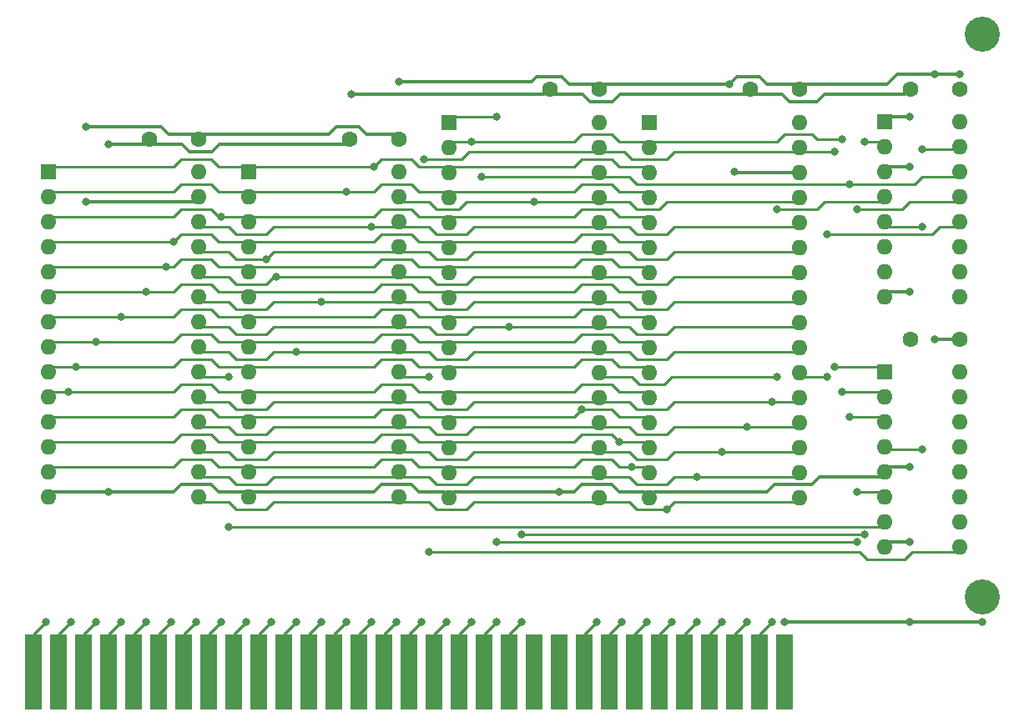
<source format=gbr>
G04 #@! TF.GenerationSoftware,KiCad,Pcbnew,(5.1.8)-1*
G04 #@! TF.CreationDate,2022-03-14T14:00:55-06:00*
G04 #@! TF.ProjectId,640k,3634306b-2e6b-4696-9361-645f70636258,rev?*
G04 #@! TF.SameCoordinates,Original*
G04 #@! TF.FileFunction,Copper,L1,Top*
G04 #@! TF.FilePolarity,Positive*
%FSLAX46Y46*%
G04 Gerber Fmt 4.6, Leading zero omitted, Abs format (unit mm)*
G04 Created by KiCad (PCBNEW (5.1.8)-1) date 2022-03-14 14:00:55*
%MOMM*%
%LPD*%
G01*
G04 APERTURE LIST*
G04 #@! TA.AperFunction,ComponentPad*
%ADD10O,1.600000X1.600000*%
G04 #@! TD*
G04 #@! TA.AperFunction,ComponentPad*
%ADD11R,1.600000X1.600000*%
G04 #@! TD*
G04 #@! TA.AperFunction,ComponentPad*
%ADD12C,1.600000*%
G04 #@! TD*
G04 #@! TA.AperFunction,ConnectorPad*
%ADD13R,1.780000X7.620000*%
G04 #@! TD*
G04 #@! TA.AperFunction,ComponentPad*
%ADD14C,3.556000*%
G04 #@! TD*
G04 #@! TA.AperFunction,ViaPad*
%ADD15C,0.800000*%
G04 #@! TD*
G04 #@! TA.AperFunction,Conductor*
%ADD16C,0.330200*%
G04 #@! TD*
G04 #@! TA.AperFunction,Conductor*
%ADD17C,0.250000*%
G04 #@! TD*
G04 APERTURE END LIST*
D10*
G04 #@! TO.P,U6,32*
G04 #@! TO.N,/5+*
X163060380Y-73918600D03*
G04 #@! TO.P,U6,16*
G04 #@! TO.N,/GND*
X147820380Y-112018600D03*
G04 #@! TO.P,U6,31*
G04 #@! TO.N,/A15*
X163060380Y-76458600D03*
G04 #@! TO.P,U6,15*
G04 #@! TO.N,/D2*
X147820380Y-109478600D03*
G04 #@! TO.P,U6,30*
G04 #@! TO.N,/5+*
X163060380Y-78998600D03*
G04 #@! TO.P,U6,14*
G04 #@! TO.N,/D1*
X147820380Y-106938600D03*
G04 #@! TO.P,U6,29*
G04 #@! TO.N,/MWR*
X163060380Y-81538600D03*
G04 #@! TO.P,U6,13*
G04 #@! TO.N,/D0*
X147820380Y-104398600D03*
G04 #@! TO.P,U6,28*
G04 #@! TO.N,/A13*
X163060380Y-84078600D03*
G04 #@! TO.P,U6,12*
G04 #@! TO.N,/A0*
X147820380Y-101858600D03*
G04 #@! TO.P,U6,27*
G04 #@! TO.N,/A8*
X163060380Y-86618600D03*
G04 #@! TO.P,U6,11*
G04 #@! TO.N,/A1*
X147820380Y-99318600D03*
G04 #@! TO.P,U6,26*
G04 #@! TO.N,/A9*
X163060380Y-89158600D03*
G04 #@! TO.P,U6,10*
G04 #@! TO.N,/A2*
X147820380Y-96778600D03*
G04 #@! TO.P,U6,25*
G04 #@! TO.N,/A11*
X163060380Y-91698600D03*
G04 #@! TO.P,U6,9*
G04 #@! TO.N,/A3*
X147820380Y-94238600D03*
G04 #@! TO.P,U6,24*
G04 #@! TO.N,/MRD*
X163060380Y-94238600D03*
G04 #@! TO.P,U6,8*
G04 #@! TO.N,/A4*
X147820380Y-91698600D03*
G04 #@! TO.P,U6,23*
G04 #@! TO.N,/A10*
X163060380Y-96778600D03*
G04 #@! TO.P,U6,7*
G04 #@! TO.N,/A5*
X147820380Y-89158600D03*
G04 #@! TO.P,U6,22*
G04 #@! TO.N,/128K_CS*
X163060380Y-99318600D03*
G04 #@! TO.P,U6,6*
G04 #@! TO.N,/A6*
X147820380Y-86618600D03*
G04 #@! TO.P,U6,21*
G04 #@! TO.N,/D7*
X163060380Y-101858600D03*
G04 #@! TO.P,U6,5*
G04 #@! TO.N,/A7*
X147820380Y-84078600D03*
G04 #@! TO.P,U6,20*
G04 #@! TO.N,/D6*
X163060380Y-104398600D03*
G04 #@! TO.P,U6,4*
G04 #@! TO.N,/A12*
X147820380Y-81538600D03*
G04 #@! TO.P,U6,19*
G04 #@! TO.N,/D5*
X163060380Y-106938600D03*
G04 #@! TO.P,U6,3*
G04 #@! TO.N,/A14*
X147820380Y-78998600D03*
G04 #@! TO.P,U6,18*
G04 #@! TO.N,/D4*
X163060380Y-109478600D03*
G04 #@! TO.P,U6,2*
G04 #@! TO.N,/A16*
X147820380Y-76458600D03*
G04 #@! TO.P,U6,17*
G04 #@! TO.N,/D3*
X163060380Y-112018600D03*
D11*
G04 #@! TO.P,U6,1*
G04 #@! TO.N,Net-(U6-Pad1)*
X147820380Y-73918600D03*
G04 #@! TD*
D10*
G04 #@! TO.P,U3,32*
G04 #@! TO.N,/5+*
X142740380Y-73918600D03*
G04 #@! TO.P,U3,16*
G04 #@! TO.N,/GND*
X127500380Y-112018600D03*
G04 #@! TO.P,U3,31*
G04 #@! TO.N,/A15*
X142740380Y-76458600D03*
G04 #@! TO.P,U3,15*
G04 #@! TO.N,/D2*
X127500380Y-109478600D03*
G04 #@! TO.P,U3,30*
G04 #@! TO.N,/A17*
X142740380Y-78998600D03*
G04 #@! TO.P,U3,14*
G04 #@! TO.N,/D1*
X127500380Y-106938600D03*
G04 #@! TO.P,U3,29*
G04 #@! TO.N,/MWR*
X142740380Y-81538600D03*
G04 #@! TO.P,U3,13*
G04 #@! TO.N,/D0*
X127500380Y-104398600D03*
G04 #@! TO.P,U3,28*
G04 #@! TO.N,/A13*
X142740380Y-84078600D03*
G04 #@! TO.P,U3,12*
G04 #@! TO.N,/A0*
X127500380Y-101858600D03*
G04 #@! TO.P,U3,27*
G04 #@! TO.N,/A8*
X142740380Y-86618600D03*
G04 #@! TO.P,U3,11*
G04 #@! TO.N,/A1*
X127500380Y-99318600D03*
G04 #@! TO.P,U3,26*
G04 #@! TO.N,/A9*
X142740380Y-89158600D03*
G04 #@! TO.P,U3,10*
G04 #@! TO.N,/A2*
X127500380Y-96778600D03*
G04 #@! TO.P,U3,25*
G04 #@! TO.N,/A11*
X142740380Y-91698600D03*
G04 #@! TO.P,U3,9*
G04 #@! TO.N,/A3*
X127500380Y-94238600D03*
G04 #@! TO.P,U3,24*
G04 #@! TO.N,/MRD*
X142740380Y-94238600D03*
G04 #@! TO.P,U3,8*
G04 #@! TO.N,/A4*
X127500380Y-91698600D03*
G04 #@! TO.P,U3,23*
G04 #@! TO.N,/A10*
X142740380Y-96778600D03*
G04 #@! TO.P,U3,7*
G04 #@! TO.N,/A5*
X127500380Y-89158600D03*
G04 #@! TO.P,U3,22*
G04 #@! TO.N,/512K_CS*
X142740380Y-99318600D03*
G04 #@! TO.P,U3,6*
G04 #@! TO.N,/A6*
X127500380Y-86618600D03*
G04 #@! TO.P,U3,21*
G04 #@! TO.N,/D7*
X142740380Y-101858600D03*
G04 #@! TO.P,U3,5*
G04 #@! TO.N,/A7*
X127500380Y-84078600D03*
G04 #@! TO.P,U3,20*
G04 #@! TO.N,/D6*
X142740380Y-104398600D03*
G04 #@! TO.P,U3,4*
G04 #@! TO.N,/A12*
X127500380Y-81538600D03*
G04 #@! TO.P,U3,19*
G04 #@! TO.N,/D5*
X142740380Y-106938600D03*
G04 #@! TO.P,U3,3*
G04 #@! TO.N,/A14*
X127500380Y-78998600D03*
G04 #@! TO.P,U3,18*
G04 #@! TO.N,/D4*
X142740380Y-109478600D03*
G04 #@! TO.P,U3,2*
G04 #@! TO.N,/A16*
X127500380Y-76458600D03*
G04 #@! TO.P,U3,17*
G04 #@! TO.N,/D3*
X142740380Y-112018600D03*
D11*
G04 #@! TO.P,U3,1*
G04 #@! TO.N,/A18*
X127500380Y-73918600D03*
G04 #@! TD*
D10*
G04 #@! TO.P,U2,28*
G04 #@! TO.N,/5+*
X102100380Y-78968600D03*
G04 #@! TO.P,U2,14*
G04 #@! TO.N,/GND*
X86860380Y-111988600D03*
G04 #@! TO.P,U2,27*
G04 #@! TO.N,/5+*
X102100380Y-81508600D03*
G04 #@! TO.P,U2,13*
G04 #@! TO.N,/D2*
X86860380Y-109448600D03*
G04 #@! TO.P,U2,26*
G04 #@! TO.N,/A13*
X102100380Y-84048600D03*
G04 #@! TO.P,U2,12*
G04 #@! TO.N,/D1*
X86860380Y-106908600D03*
G04 #@! TO.P,U2,25*
G04 #@! TO.N,/A8*
X102100380Y-86588600D03*
G04 #@! TO.P,U2,11*
G04 #@! TO.N,/D0*
X86860380Y-104368600D03*
G04 #@! TO.P,U2,24*
G04 #@! TO.N,/A9*
X102100380Y-89128600D03*
G04 #@! TO.P,U2,10*
G04 #@! TO.N,/A0*
X86860380Y-101828600D03*
G04 #@! TO.P,U2,23*
G04 #@! TO.N,/A11*
X102100380Y-91668600D03*
G04 #@! TO.P,U2,9*
G04 #@! TO.N,/A1*
X86860380Y-99288600D03*
G04 #@! TO.P,U2,22*
G04 #@! TO.N,/MRD*
X102100380Y-94208600D03*
G04 #@! TO.P,U2,8*
G04 #@! TO.N,/A2*
X86860380Y-96748600D03*
G04 #@! TO.P,U2,21*
G04 #@! TO.N,/A10*
X102100380Y-96748600D03*
G04 #@! TO.P,U2,7*
G04 #@! TO.N,/A3*
X86860380Y-94208600D03*
G04 #@! TO.P,U2,20*
G04 #@! TO.N,/32K_ROM_CS*
X102100380Y-99288600D03*
G04 #@! TO.P,U2,6*
G04 #@! TO.N,/A4*
X86860380Y-91668600D03*
G04 #@! TO.P,U2,19*
G04 #@! TO.N,/D7*
X102100380Y-101828600D03*
G04 #@! TO.P,U2,5*
G04 #@! TO.N,/A5*
X86860380Y-89128600D03*
G04 #@! TO.P,U2,18*
G04 #@! TO.N,/D6*
X102100380Y-104368600D03*
G04 #@! TO.P,U2,4*
G04 #@! TO.N,/A6*
X86860380Y-86588600D03*
G04 #@! TO.P,U2,17*
G04 #@! TO.N,/D5*
X102100380Y-106908600D03*
G04 #@! TO.P,U2,3*
G04 #@! TO.N,/A7*
X86860380Y-84048600D03*
G04 #@! TO.P,U2,16*
G04 #@! TO.N,/D4*
X102100380Y-109448600D03*
G04 #@! TO.P,U2,2*
G04 #@! TO.N,/A12*
X86860380Y-81508600D03*
G04 #@! TO.P,U2,15*
G04 #@! TO.N,/D3*
X102100380Y-111988600D03*
D11*
G04 #@! TO.P,U2,1*
G04 #@! TO.N,/A14*
X86860380Y-78968600D03*
G04 #@! TD*
D10*
G04 #@! TO.P,U1,28*
G04 #@! TO.N,/5+*
X122420380Y-78968600D03*
G04 #@! TO.P,U1,14*
G04 #@! TO.N,/GND*
X107180380Y-111988600D03*
G04 #@! TO.P,U1,27*
G04 #@! TO.N,/MWR*
X122420380Y-81508600D03*
G04 #@! TO.P,U1,13*
G04 #@! TO.N,/D2*
X107180380Y-109448600D03*
G04 #@! TO.P,U1,26*
G04 #@! TO.N,/A13*
X122420380Y-84048600D03*
G04 #@! TO.P,U1,12*
G04 #@! TO.N,/D1*
X107180380Y-106908600D03*
G04 #@! TO.P,U1,25*
G04 #@! TO.N,/A8*
X122420380Y-86588600D03*
G04 #@! TO.P,U1,11*
G04 #@! TO.N,/D0*
X107180380Y-104368600D03*
G04 #@! TO.P,U1,24*
G04 #@! TO.N,/A9*
X122420380Y-89128600D03*
G04 #@! TO.P,U1,10*
G04 #@! TO.N,/A0*
X107180380Y-101828600D03*
G04 #@! TO.P,U1,23*
G04 #@! TO.N,/A11*
X122420380Y-91668600D03*
G04 #@! TO.P,U1,9*
G04 #@! TO.N,/A1*
X107180380Y-99288600D03*
G04 #@! TO.P,U1,22*
G04 #@! TO.N,/MRD*
X122420380Y-94208600D03*
G04 #@! TO.P,U1,8*
G04 #@! TO.N,/A2*
X107180380Y-96748600D03*
G04 #@! TO.P,U1,21*
G04 #@! TO.N,/A10*
X122420380Y-96748600D03*
G04 #@! TO.P,U1,7*
G04 #@! TO.N,/A3*
X107180380Y-94208600D03*
G04 #@! TO.P,U1,20*
G04 #@! TO.N,/32K_RAM_CS*
X122420380Y-99288600D03*
G04 #@! TO.P,U1,6*
G04 #@! TO.N,/A4*
X107180380Y-91668600D03*
G04 #@! TO.P,U1,19*
G04 #@! TO.N,/D7*
X122420380Y-101828600D03*
G04 #@! TO.P,U1,5*
G04 #@! TO.N,/A5*
X107180380Y-89128600D03*
G04 #@! TO.P,U1,18*
G04 #@! TO.N,/D6*
X122420380Y-104368600D03*
G04 #@! TO.P,U1,4*
G04 #@! TO.N,/A6*
X107180380Y-86588600D03*
G04 #@! TO.P,U1,17*
G04 #@! TO.N,/D5*
X122420380Y-106908600D03*
G04 #@! TO.P,U1,3*
G04 #@! TO.N,/A7*
X107180380Y-84048600D03*
G04 #@! TO.P,U1,16*
G04 #@! TO.N,/D4*
X122420380Y-109448600D03*
G04 #@! TO.P,U1,2*
G04 #@! TO.N,/A12*
X107180380Y-81508600D03*
G04 #@! TO.P,U1,15*
G04 #@! TO.N,/D3*
X122420380Y-111988600D03*
D11*
G04 #@! TO.P,U1,1*
G04 #@! TO.N,/A14*
X107180380Y-78968600D03*
G04 #@! TD*
D12*
G04 #@! TO.P,C6,2*
G04 #@! TO.N,/5+*
X163060380Y-70586600D03*
G04 #@! TO.P,C6,1*
G04 #@! TO.N,/GND*
X158060380Y-70586600D03*
G04 #@! TD*
G04 #@! TO.P,C3,2*
G04 #@! TO.N,/5+*
X122420380Y-75666600D03*
G04 #@! TO.P,C3,1*
G04 #@! TO.N,/GND*
X117420380Y-75666600D03*
G04 #@! TD*
G04 #@! TO.P,C2,2*
G04 #@! TO.N,/5+*
X142740380Y-70586600D03*
G04 #@! TO.P,C2,1*
G04 #@! TO.N,/GND*
X137740380Y-70586600D03*
G04 #@! TD*
G04 #@! TO.P,C1,2*
G04 #@! TO.N,/5+*
X102100380Y-75666600D03*
G04 #@! TO.P,C1,1*
G04 #@! TO.N,/GND*
X97100380Y-75666600D03*
G04 #@! TD*
D13*
G04 #@! TO.P,J9,62*
G04 #@! TO.N,/A0*
X85336380Y-129768600D03*
G04 #@! TO.P,J9,61*
G04 #@! TO.N,/A1*
X87876380Y-129768600D03*
G04 #@! TO.P,J9,60*
G04 #@! TO.N,/A2*
X90416380Y-129768600D03*
G04 #@! TO.P,J9,59*
G04 #@! TO.N,/A3*
X92956380Y-129768600D03*
G04 #@! TO.P,J9,58*
G04 #@! TO.N,/A4*
X95496380Y-129768600D03*
G04 #@! TO.P,J9,57*
G04 #@! TO.N,/A5*
X98036380Y-129768600D03*
G04 #@! TO.P,J9,56*
G04 #@! TO.N,/A6*
X100576380Y-129768600D03*
G04 #@! TO.P,J9,55*
G04 #@! TO.N,/A7*
X103116380Y-129768600D03*
G04 #@! TO.P,J9,54*
G04 #@! TO.N,/A8*
X105656380Y-129768600D03*
G04 #@! TO.P,J9,53*
G04 #@! TO.N,/A9*
X108196380Y-129768600D03*
G04 #@! TO.P,J9,52*
G04 #@! TO.N,/A10*
X110736380Y-129768600D03*
G04 #@! TO.P,J9,51*
G04 #@! TO.N,/A11*
X113276380Y-129768600D03*
G04 #@! TO.P,J9,50*
G04 #@! TO.N,/A12*
X115816380Y-129768600D03*
G04 #@! TO.P,J9,49*
G04 #@! TO.N,/A13*
X118356380Y-129768600D03*
G04 #@! TO.P,J9,48*
G04 #@! TO.N,/A14*
X120896380Y-129768600D03*
G04 #@! TO.P,J9,47*
G04 #@! TO.N,/A15*
X123436380Y-129768600D03*
G04 #@! TO.P,J9,46*
G04 #@! TO.N,/A16*
X125976380Y-129768600D03*
G04 #@! TO.P,J9,45*
G04 #@! TO.N,/A17*
X128516380Y-129768600D03*
G04 #@! TO.P,J9,44*
G04 #@! TO.N,/A18*
X131056380Y-129768600D03*
G04 #@! TO.P,J9,43*
G04 #@! TO.N,/A19*
X133596380Y-129768600D03*
G04 #@! TO.P,J9,42*
G04 #@! TO.N,/AEN*
X136136380Y-129768600D03*
G04 #@! TO.P,J9,41*
G04 #@! TO.N,/RDY1*
X138676380Y-129768600D03*
G04 #@! TO.P,J9,40*
G04 #@! TO.N,/D0*
X141216380Y-129768600D03*
G04 #@! TO.P,J9,39*
G04 #@! TO.N,/D1*
X143756380Y-129768600D03*
G04 #@! TO.P,J9,38*
G04 #@! TO.N,/D2*
X146296380Y-129768600D03*
G04 #@! TO.P,J9,37*
G04 #@! TO.N,/D3*
X148836380Y-129768600D03*
G04 #@! TO.P,J9,36*
G04 #@! TO.N,/D4*
X151376380Y-129768600D03*
G04 #@! TO.P,J9,35*
G04 #@! TO.N,/D5*
X153916380Y-129768600D03*
G04 #@! TO.P,J9,34*
G04 #@! TO.N,/D6*
X156456380Y-129768600D03*
G04 #@! TO.P,J9,33*
G04 #@! TO.N,/D7*
X158996380Y-129768600D03*
G04 #@! TO.P,J9,32*
G04 #@! TO.N,/CH_CK*
X161536380Y-129768600D03*
G04 #@! TD*
D14*
G04 #@! TO.P,R,1*
G04 #@! TO.N,/GND*
X181602380Y-122148600D03*
G04 #@! TD*
G04 #@! TO.P,R,1*
G04 #@! TO.N,N/C*
X181602380Y-64998600D03*
G04 #@! TD*
D10*
G04 #@! TO.P,U5,16*
G04 #@! TO.N,/5+*
X179316380Y-99288600D03*
G04 #@! TO.P,U5,8*
G04 #@! TO.N,/GND*
X171696380Y-117068600D03*
G04 #@! TO.P,U5,15*
G04 #@! TO.N,Net-(U5-Pad15)*
X179316380Y-101828600D03*
G04 #@! TO.P,U5,7*
G04 #@! TO.N,/32K_ROM_CS*
X171696380Y-114528600D03*
G04 #@! TO.P,U5,14*
G04 #@! TO.N,Net-(U5-Pad14)*
X179316380Y-104368600D03*
G04 #@! TO.P,U5,6*
G04 #@! TO.N,/A18*
X171696380Y-111988600D03*
G04 #@! TO.P,U5,13*
G04 #@! TO.N,Net-(U5-Pad13)*
X179316380Y-106908600D03*
G04 #@! TO.P,U5,5*
G04 #@! TO.N,/GND*
X171696380Y-109448600D03*
G04 #@! TO.P,U5,12*
G04 #@! TO.N,Net-(U5-Pad12)*
X179316380Y-109448600D03*
G04 #@! TO.P,U5,4*
G04 #@! TO.N,/UPPER_512K*
X171696380Y-106908600D03*
G04 #@! TO.P,U5,11*
G04 #@! TO.N,Net-(U5-Pad11)*
X179316380Y-111988600D03*
G04 #@! TO.P,U5,3*
G04 #@! TO.N,/A17*
X171696380Y-104368600D03*
G04 #@! TO.P,U5,10*
G04 #@! TO.N,Net-(U5-Pad10)*
X179316380Y-114528600D03*
G04 #@! TO.P,U5,2*
G04 #@! TO.N,/A16*
X171696380Y-101828600D03*
G04 #@! TO.P,U5,9*
G04 #@! TO.N,/32K_RAM_CS*
X179316380Y-117068600D03*
D11*
G04 #@! TO.P,U5,1*
G04 #@! TO.N,/A15*
X171696380Y-99288600D03*
G04 #@! TD*
D10*
G04 #@! TO.P,U4,16*
G04 #@! TO.N,/5+*
X179316380Y-73888600D03*
G04 #@! TO.P,U4,8*
G04 #@! TO.N,/GND*
X171696380Y-91668600D03*
G04 #@! TO.P,U4,15*
G04 #@! TO.N,/UPPER_512K*
X179316380Y-76428600D03*
G04 #@! TO.P,U4,7*
G04 #@! TO.N,Net-(U4-Pad7)*
X171696380Y-89128600D03*
G04 #@! TO.P,U4,14*
G04 #@! TO.N,/A17*
X179316380Y-78968600D03*
G04 #@! TO.P,U4,6*
G04 #@! TO.N,Net-(U4-Pad6)*
X171696380Y-86588600D03*
G04 #@! TO.P,U4,13*
G04 #@! TO.N,/A18*
X179316380Y-81508600D03*
G04 #@! TO.P,U4,5*
G04 #@! TO.N,/UPPER_512K*
X171696380Y-84048600D03*
G04 #@! TO.P,U4,12*
G04 #@! TO.N,/128K_CS*
X179316380Y-84048600D03*
G04 #@! TO.P,U4,4*
G04 #@! TO.N,/512K_CS*
X171696380Y-81508600D03*
G04 #@! TO.P,U4,11*
G04 #@! TO.N,Net-(U4-Pad11)*
X179316380Y-86588600D03*
G04 #@! TO.P,U4,3*
G04 #@! TO.N,/GND*
X171696380Y-78968600D03*
G04 #@! TO.P,U4,10*
G04 #@! TO.N,Net-(U4-Pad10)*
X179316380Y-89128600D03*
G04 #@! TO.P,U4,2*
G04 #@! TO.N,/A19*
X171696380Y-76428600D03*
G04 #@! TO.P,U4,9*
G04 #@! TO.N,Net-(U4-Pad9)*
X179316380Y-91668600D03*
D11*
G04 #@! TO.P,U4,1*
G04 #@! TO.N,/GND*
X171696380Y-73888600D03*
G04 #@! TD*
D12*
G04 #@! TO.P,C5,2*
G04 #@! TO.N,/5+*
X179316380Y-95986600D03*
G04 #@! TO.P,C5,1*
G04 #@! TO.N,/GND*
X174316380Y-95986600D03*
G04 #@! TD*
G04 #@! TO.P,C4,2*
G04 #@! TO.N,/5+*
X179316380Y-70586600D03*
G04 #@! TO.P,C4,1*
G04 #@! TO.N,/GND*
X174316380Y-70586600D03*
G04 #@! TD*
D15*
G04 #@! TO.N,/5+*
X179316380Y-69062600D03*
X176776380Y-69062600D03*
X176776380Y-95986600D03*
X90670380Y-74396600D03*
X122420380Y-69824598D03*
X155948380Y-70078600D03*
X156456380Y-78968600D03*
X90670380Y-82016600D03*
G04 #@! TO.N,/GND*
X181602380Y-124688600D03*
X174236380Y-116560600D03*
X174236380Y-108940600D03*
X174236380Y-78460600D03*
X174236380Y-91160600D03*
X174236380Y-73380600D03*
X161536380Y-124688600D03*
X117594380Y-71094600D03*
X92956380Y-111480600D03*
X92956380Y-76174600D03*
X138676380Y-111480600D03*
X174236380Y-124688600D03*
G04 #@! TO.N,/D7*
X160266380Y-124688600D03*
X160266380Y-102336600D03*
G04 #@! TO.N,/D6*
X157726380Y-124688600D03*
X157726380Y-104876600D03*
G04 #@! TO.N,/D5*
X155186380Y-124688600D03*
X155186380Y-107416600D03*
G04 #@! TO.N,/D4*
X152646380Y-124688600D03*
X152646380Y-109956600D03*
G04 #@! TO.N,/D3*
X150106380Y-124688600D03*
X149598380Y-113258600D03*
G04 #@! TO.N,/D2*
X147566380Y-124688600D03*
X146042380Y-108940600D03*
G04 #@! TO.N,/D1*
X145026380Y-124688600D03*
X144772380Y-106400600D03*
G04 #@! TO.N,/D0*
X142486380Y-124688600D03*
X140962380Y-103098600D03*
G04 #@! TO.N,/A19*
X134866380Y-124688600D03*
X169664380Y-75920600D03*
X169664380Y-115798600D03*
X134866380Y-115798600D03*
G04 #@! TO.N,/A18*
X132326380Y-124688600D03*
X132326380Y-73380600D03*
X168902380Y-82778600D03*
X168902380Y-116560600D03*
X132326380Y-116560600D03*
X168902380Y-111480600D03*
G04 #@! TO.N,/A17*
X129786380Y-124688600D03*
X130802380Y-79476600D03*
X168140380Y-80238600D03*
X168140380Y-103860600D03*
G04 #@! TO.N,/A16*
X127246380Y-124688600D03*
X129786380Y-75920600D03*
X167378380Y-75666600D03*
X167378380Y-101320600D03*
G04 #@! TO.N,/A15*
X124706380Y-124688600D03*
X124960380Y-77698600D03*
X166616380Y-76936600D03*
X166616380Y-98780600D03*
G04 #@! TO.N,/A14*
X122166380Y-124688600D03*
X119880380Y-78460600D03*
G04 #@! TO.N,/A13*
X119626380Y-124688600D03*
X119626380Y-84556600D03*
G04 #@! TO.N,/A12*
X117086380Y-124688600D03*
X117086380Y-81000600D03*
G04 #@! TO.N,/A11*
X114546380Y-124688600D03*
X114546380Y-92176600D03*
G04 #@! TO.N,/A10*
X112006380Y-124688600D03*
X112006380Y-97256600D03*
G04 #@! TO.N,/A9*
X109466380Y-124688600D03*
X109974380Y-89636600D03*
G04 #@! TO.N,/A8*
X106926380Y-124688600D03*
X108958380Y-87858600D03*
G04 #@! TO.N,/A7*
X104386380Y-124688600D03*
X104386380Y-83540600D03*
G04 #@! TO.N,/A6*
X101846380Y-124688600D03*
X99560380Y-86080600D03*
G04 #@! TO.N,/A5*
X99306380Y-124688600D03*
X98798380Y-88620600D03*
G04 #@! TO.N,/A4*
X96766380Y-124688600D03*
X96766380Y-91160600D03*
G04 #@! TO.N,/A3*
X94226380Y-124688600D03*
X94226380Y-93700600D03*
G04 #@! TO.N,/A2*
X91686380Y-124688600D03*
X91686380Y-96240600D03*
G04 #@! TO.N,/A1*
X89146380Y-124688600D03*
X89654380Y-98780600D03*
G04 #@! TO.N,/A0*
X86606380Y-124688600D03*
X88892380Y-101320600D03*
G04 #@! TO.N,/MWR*
X136136380Y-82016600D03*
G04 #@! TO.N,/MRD*
X133596380Y-94716600D03*
G04 #@! TO.N,/32K_RAM_CS*
X125468380Y-117576600D03*
X125468380Y-99796600D03*
G04 #@! TO.N,/32K_ROM_CS*
X105148380Y-115036600D03*
X105148380Y-99796600D03*
G04 #@! TO.N,/512K_CS*
X160774380Y-99796600D03*
X160774380Y-82778600D03*
G04 #@! TO.N,/UPPER_512K*
X175506380Y-84556600D03*
X175506380Y-107162600D03*
X175506380Y-76682600D03*
G04 #@! TO.N,/128K_CS*
X165854380Y-85318600D03*
X165854380Y-99796600D03*
G04 #@! TD*
D16*
G04 #@! TO.N,/5+*
X176776380Y-69062600D02*
X179316380Y-69062600D01*
X179316380Y-95986600D02*
X176776380Y-95986600D01*
X121912380Y-75158600D02*
X122420380Y-75666600D01*
X118356380Y-74396600D02*
X119118380Y-75158600D01*
X116070380Y-74396600D02*
X118356380Y-74396600D01*
X115308380Y-75158600D02*
X116070380Y-74396600D01*
X119118380Y-75158600D02*
X121912380Y-75158600D01*
X102608380Y-75158600D02*
X115308380Y-75158600D01*
X102100380Y-75666600D02*
X102608380Y-75158600D01*
X90670380Y-74396600D02*
X98290380Y-74396600D01*
X98290380Y-74396600D02*
X99052380Y-75158600D01*
X142740380Y-70586600D02*
X143248380Y-70078600D01*
X158996380Y-69316600D02*
X159758380Y-70078600D01*
X162552380Y-70078600D02*
X163060380Y-70586600D01*
X156710380Y-69316600D02*
X158996380Y-69316600D01*
X155948380Y-70078600D02*
X156710380Y-69316600D01*
X159758380Y-70078600D02*
X162552380Y-70078600D01*
X143248380Y-70078600D02*
X155948380Y-70078600D01*
X101592380Y-75158600D02*
X102100380Y-75666600D01*
X99052380Y-75158600D02*
X101592380Y-75158600D01*
X135882382Y-69824598D02*
X122420380Y-69824598D01*
X138930380Y-69316600D02*
X136390380Y-69316600D01*
X136390380Y-69316600D02*
X135882382Y-69824598D01*
X139692380Y-70078600D02*
X138930380Y-69316600D01*
X142232380Y-70078600D02*
X139692380Y-70078600D01*
X142740380Y-70586600D02*
X142232380Y-70078600D01*
X163060380Y-78998600D02*
X156486380Y-78998600D01*
X176776380Y-69062600D02*
X172966380Y-69062600D01*
X172966380Y-69062600D02*
X171950380Y-70078600D01*
X163568380Y-70078600D02*
X163060380Y-70586600D01*
X171950380Y-70078600D02*
X163568380Y-70078600D01*
X102100380Y-81508600D02*
X101592380Y-82016600D01*
X101592380Y-82016600D02*
X97528380Y-82016600D01*
X97528380Y-82016600D02*
X90670380Y-82016600D01*
X90670380Y-82016600D02*
X90670380Y-82016600D01*
G04 #@! TO.N,/GND*
X117420380Y-75666600D02*
X116912380Y-76174600D01*
X101164380Y-76936600D02*
X100402380Y-76174600D01*
X97608380Y-76174600D02*
X97100380Y-75666600D01*
X103450380Y-76936600D02*
X101164380Y-76936600D01*
X104212380Y-76174600D02*
X103450380Y-76936600D01*
X100402380Y-76174600D02*
X97608380Y-76174600D01*
X116912380Y-76174600D02*
X104212380Y-76174600D01*
X161536380Y-124688600D02*
X163568380Y-124688600D01*
X163568380Y-124688600D02*
X181602380Y-124688600D01*
X172204380Y-116560600D02*
X171696380Y-117068600D01*
X174236380Y-116560600D02*
X172204380Y-116560600D01*
X172204380Y-108940600D02*
X171696380Y-109448600D01*
X174236380Y-108940600D02*
X172204380Y-108940600D01*
X172204380Y-91160600D02*
X171696380Y-91668600D01*
X174236380Y-91160600D02*
X172204380Y-91160600D01*
X172204380Y-78460600D02*
X171696380Y-78968600D01*
X174236380Y-78460600D02*
X172204380Y-78460600D01*
X172204380Y-73380600D02*
X171696380Y-73888600D01*
X174236380Y-73380600D02*
X172204380Y-73380600D01*
X106672380Y-111480600D02*
X107180380Y-111988600D01*
X87368380Y-111480600D02*
X92956380Y-111480600D01*
X103370380Y-110718600D02*
X104132380Y-111480600D01*
X86860380Y-111988600D02*
X87368380Y-111480600D01*
X104132380Y-111480600D02*
X106672380Y-111480600D01*
X99560380Y-111480600D02*
X100322380Y-110718600D01*
X100322380Y-110718600D02*
X103370380Y-110718600D01*
X120642380Y-110718600D02*
X123690380Y-110718600D01*
X126992380Y-111480600D02*
X127500380Y-111988600D01*
X124452380Y-111480600D02*
X126992380Y-111480600D01*
X123690380Y-110718600D02*
X124452380Y-111480600D01*
X119880380Y-111480600D02*
X120642380Y-110718600D01*
X107688380Y-111480600D02*
X119880380Y-111480600D01*
X107180380Y-111988600D02*
X107688380Y-111480600D01*
X147312380Y-111480600D02*
X147820380Y-111988600D01*
X144772380Y-111480600D02*
X147312380Y-111480600D01*
X127500380Y-111988600D02*
X128008380Y-111480600D01*
X140962380Y-110718600D02*
X144010380Y-110718600D01*
X140200380Y-111480600D02*
X140962380Y-110718600D01*
X144010380Y-110718600D02*
X144772380Y-111480600D01*
X128008380Y-111480600D02*
X140200380Y-111480600D01*
X141042380Y-71094600D02*
X138248380Y-71094600D01*
X141804380Y-71856600D02*
X141042380Y-71094600D01*
X138248380Y-71094600D02*
X137740380Y-70586600D01*
X158060380Y-70586600D02*
X157552380Y-71094600D01*
X157552380Y-71094600D02*
X144852380Y-71094600D01*
X144852380Y-71094600D02*
X144090380Y-71856600D01*
X144090380Y-71856600D02*
X141804380Y-71856600D01*
X137740380Y-70586600D02*
X137660380Y-70586600D01*
X137660380Y-70586600D02*
X137152380Y-71094600D01*
X137152380Y-71094600D02*
X117594380Y-71094600D01*
X117594380Y-71094600D02*
X117594380Y-71094600D01*
X92956380Y-111480600D02*
X99560380Y-111480600D01*
X96592380Y-76174600D02*
X97100380Y-75666600D01*
X92956380Y-76174600D02*
X96592380Y-76174600D01*
X147820380Y-112018600D02*
X147820380Y-111988600D01*
X171188380Y-109956600D02*
X171696380Y-109448600D01*
X165092380Y-109956600D02*
X171188380Y-109956600D01*
X164330380Y-110718600D02*
X165092380Y-109956600D01*
X160520380Y-110718600D02*
X164330380Y-110718600D01*
X159758380Y-111480600D02*
X160520380Y-110718600D01*
X148328380Y-111480600D02*
X159758380Y-111480600D01*
X147820380Y-111988600D02*
X148328380Y-111480600D01*
X174316380Y-70586600D02*
X174236380Y-70586600D01*
X174236380Y-70586600D02*
X173728380Y-71094600D01*
X173728380Y-71094600D02*
X165600380Y-71094600D01*
X165600380Y-71094600D02*
X164838380Y-71856600D01*
X164838380Y-71856600D02*
X162044380Y-71856600D01*
X162044380Y-71856600D02*
X161282380Y-71094600D01*
X158568380Y-71094600D02*
X158060380Y-70586600D01*
X161282380Y-71094600D02*
X158568380Y-71094600D01*
D17*
G04 #@! TO.N,/D7*
X122928380Y-102336600D02*
X122420380Y-101828600D01*
X146550380Y-103098600D02*
X145788380Y-102336600D01*
X102608380Y-102336600D02*
X102100380Y-101828600D01*
X163060380Y-101828600D02*
X162552380Y-102336600D01*
X109720380Y-102336600D02*
X108958380Y-103098600D01*
X149598380Y-103098600D02*
X146550380Y-103098600D01*
X143248380Y-102336600D02*
X142740380Y-101828600D01*
X145788380Y-102336600D02*
X143248380Y-102336600D01*
X162552380Y-102336600D02*
X150360380Y-102336600D01*
X126230380Y-103098600D02*
X125468380Y-102336600D01*
X122420380Y-101828600D02*
X121912380Y-102336600D01*
X105148380Y-102336600D02*
X102608380Y-102336600D01*
X121912380Y-102336600D02*
X109720380Y-102336600D01*
X129278380Y-103098600D02*
X126230380Y-103098600D01*
X150360380Y-102336600D02*
X149598380Y-103098600D01*
X130040380Y-102336600D02*
X129278380Y-103098600D01*
X108958380Y-103098600D02*
X105910380Y-103098600D01*
X142232380Y-102336600D02*
X130040380Y-102336600D01*
X142740380Y-101828600D02*
X142232380Y-102336600D01*
X105910380Y-103098600D02*
X105148380Y-102336600D01*
X125468380Y-102336600D02*
X122928380Y-102336600D01*
X160266380Y-124688600D02*
X160266380Y-124688600D01*
X158996380Y-129768600D02*
X158996380Y-125958600D01*
X158996380Y-129768600D02*
X158996380Y-125958600D01*
X158996380Y-125958600D02*
X160266380Y-124688600D01*
X158996380Y-129768600D02*
X158996380Y-125958600D01*
G04 #@! TO.N,/D6*
X156456380Y-129768600D02*
X156456380Y-125958600D01*
X122928380Y-104876600D02*
X122420380Y-104368600D01*
X102608380Y-104876600D02*
X102100380Y-104368600D01*
X146550380Y-105638600D02*
X145788380Y-104876600D01*
X163060380Y-104368600D02*
X162552380Y-104876600D01*
X150360380Y-104876600D02*
X149598380Y-105638600D01*
X105148380Y-104876600D02*
X102608380Y-104876600D01*
X126230380Y-105638600D02*
X125468380Y-104876600D01*
X130040380Y-104876600D02*
X129278380Y-105638600D01*
X122420380Y-104368600D02*
X121912380Y-104876600D01*
X129278380Y-105638600D02*
X126230380Y-105638600D01*
X121912380Y-104876600D02*
X109720380Y-104876600D01*
X142740380Y-104368600D02*
X142232380Y-104876600D01*
X125468380Y-104876600D02*
X122928380Y-104876600D01*
X108958380Y-105638600D02*
X105910380Y-105638600D01*
X105910380Y-105638600D02*
X105148380Y-104876600D01*
X142232380Y-104876600D02*
X130040380Y-104876600D01*
X162552380Y-104876600D02*
X150360380Y-104876600D01*
X109720380Y-104876600D02*
X108958380Y-105638600D01*
X149598380Y-105638600D02*
X146550380Y-105638600D01*
X145788380Y-104876600D02*
X143248380Y-104876600D01*
X143248380Y-104876600D02*
X142740380Y-104368600D01*
X156456380Y-125958600D02*
X157726380Y-124688600D01*
X156456380Y-129768600D02*
X156456380Y-125958600D01*
X157726380Y-124688600D02*
X157726380Y-124688600D01*
X156456380Y-129768600D02*
X156456380Y-125958600D01*
G04 #@! TO.N,/D5*
X153916380Y-129768600D02*
X153916380Y-125958600D01*
X102608380Y-107416600D02*
X102100380Y-106908600D01*
X105148380Y-107416600D02*
X102608380Y-107416600D01*
X108958380Y-108178600D02*
X105910380Y-108178600D01*
X105910380Y-108178600D02*
X105148380Y-107416600D01*
X121912380Y-107416600D02*
X109720380Y-107416600D01*
X109720380Y-107416600D02*
X108958380Y-108178600D01*
X122420380Y-106908600D02*
X121912380Y-107416600D01*
X142740380Y-106908600D02*
X142232380Y-107416600D01*
X142232380Y-107416600D02*
X130040380Y-107416600D01*
X129278380Y-108178600D02*
X126230380Y-108178600D01*
X122928380Y-107416600D02*
X122420380Y-106908600D01*
X125468380Y-107416600D02*
X122928380Y-107416600D01*
X143248380Y-107416600D02*
X142740380Y-106908600D01*
X162552380Y-107416600D02*
X150360380Y-107416600D01*
X146550380Y-108178600D02*
X145788380Y-107416600D01*
X163060380Y-106908600D02*
X162552380Y-107416600D01*
X150360380Y-107416600D02*
X149598380Y-108178600D01*
X149598380Y-108178600D02*
X146550380Y-108178600D01*
X145788380Y-107416600D02*
X143248380Y-107416600D01*
X126230380Y-108178600D02*
X125468380Y-107416600D01*
X130040380Y-107416600D02*
X129278380Y-108178600D01*
X153916380Y-125958600D02*
X155186380Y-124688600D01*
X153916380Y-129768600D02*
X153916380Y-125958600D01*
X155186380Y-124688600D02*
X155186380Y-124688600D01*
X153916380Y-129768600D02*
X153916380Y-125958600D01*
G04 #@! TO.N,/D4*
X151376380Y-129768600D02*
X151376380Y-125958600D01*
X143248380Y-109956600D02*
X142740380Y-109448600D01*
X162552380Y-109956600D02*
X150360380Y-109956600D01*
X146550380Y-110718600D02*
X145788380Y-109956600D01*
X163060380Y-109448600D02*
X162552380Y-109956600D01*
X145788380Y-109956600D02*
X143248380Y-109956600D01*
X150360380Y-109956600D02*
X149598380Y-110718600D01*
X149598380Y-110718600D02*
X146550380Y-110718600D01*
X129278380Y-110718600D02*
X126230380Y-110718600D01*
X122928380Y-109956600D02*
X122420380Y-109448600D01*
X125468380Y-109956600D02*
X122928380Y-109956600D01*
X126230380Y-110718600D02*
X125468380Y-109956600D01*
X130040380Y-109956600D02*
X129278380Y-110718600D01*
X142232380Y-109956600D02*
X130040380Y-109956600D01*
X142740380Y-109448600D02*
X142232380Y-109956600D01*
X102608380Y-109956600D02*
X102100380Y-109448600D01*
X105148380Y-109956600D02*
X102608380Y-109956600D01*
X122420380Y-109448600D02*
X121912380Y-109956600D01*
X108958380Y-110718600D02*
X105910380Y-110718600D01*
X109720380Y-109956600D02*
X108958380Y-110718600D01*
X105910380Y-110718600D02*
X105148380Y-109956600D01*
X121912380Y-109956600D02*
X109720380Y-109956600D01*
X151376380Y-125958600D02*
X152646380Y-124688600D01*
X151376380Y-129768600D02*
X151376380Y-125958600D01*
X151376380Y-129768600D02*
X151376380Y-125958600D01*
X152646380Y-124688600D02*
X152646380Y-124688600D01*
G04 #@! TO.N,/D3*
X148836380Y-129768600D02*
X148836380Y-125958600D01*
X150106380Y-124688600D02*
X150106380Y-124688600D01*
X148836380Y-129768600D02*
X148836380Y-125958600D01*
X148836380Y-125958600D02*
X150106380Y-124688600D01*
X105910380Y-113258600D02*
X105148380Y-112496600D01*
X162552380Y-112496600D02*
X150360380Y-112496600D01*
X122420380Y-111988600D02*
X121912380Y-112496600D01*
X146550380Y-113258600D02*
X145788380Y-112496600D01*
X121912380Y-112496600D02*
X109720380Y-112496600D01*
X143248380Y-112496600D02*
X142740380Y-111988600D01*
X129278380Y-113258600D02*
X126230380Y-113258600D01*
X105148380Y-112496600D02*
X102608380Y-112496600D01*
X145788380Y-112496600D02*
X143248380Y-112496600D01*
X163060380Y-111988600D02*
X162552380Y-112496600D01*
X125468380Y-112496600D02*
X122928380Y-112496600D01*
X150360380Y-112496600D02*
X149598380Y-113258600D01*
X126230380Y-113258600D02*
X125468380Y-112496600D01*
X130040380Y-112496600D02*
X129278380Y-113258600D01*
X142232380Y-112496600D02*
X130040380Y-112496600D01*
X122928380Y-112496600D02*
X122420380Y-111988600D01*
X142740380Y-111988600D02*
X142232380Y-112496600D01*
X109720380Y-112496600D02*
X108958380Y-113258600D01*
X108958380Y-113258600D02*
X105910380Y-113258600D01*
X102608380Y-112496600D02*
X102100380Y-111988600D01*
X149598380Y-113258600D02*
X146550380Y-113258600D01*
G04 #@! TO.N,/D2*
X146296380Y-129768600D02*
X146296380Y-125958600D01*
X106672380Y-108940600D02*
X107180380Y-109448600D01*
X104132380Y-108940600D02*
X106672380Y-108940600D01*
X103370380Y-108178600D02*
X104132380Y-108940600D01*
X100322380Y-108178600D02*
X103370380Y-108178600D01*
X99560380Y-108940600D02*
X100322380Y-108178600D01*
X87368380Y-108940600D02*
X99560380Y-108940600D01*
X86860380Y-109448600D02*
X87368380Y-108940600D01*
X126992380Y-108940600D02*
X127500380Y-109448600D01*
X107688380Y-108940600D02*
X119880380Y-108940600D01*
X123690380Y-108178600D02*
X124452380Y-108940600D01*
X107180380Y-109448600D02*
X107688380Y-108940600D01*
X124452380Y-108940600D02*
X126992380Y-108940600D01*
X119880380Y-108940600D02*
X120642380Y-108178600D01*
X120642380Y-108178600D02*
X123690380Y-108178600D01*
X140962380Y-108178600D02*
X144010380Y-108178600D01*
X147312380Y-108940600D02*
X147820380Y-109448600D01*
X144772380Y-108940600D02*
X147312380Y-108940600D01*
X144010380Y-108178600D02*
X144772380Y-108940600D01*
X140200380Y-108940600D02*
X140962380Y-108178600D01*
X128008380Y-108940600D02*
X140200380Y-108940600D01*
X127500380Y-109448600D02*
X128008380Y-108940600D01*
X146296380Y-129768600D02*
X146296380Y-125958600D01*
X147566380Y-124688600D02*
X147566380Y-124688600D01*
X146296380Y-125958600D02*
X147566380Y-124688600D01*
G04 #@! TO.N,/D1*
X106672380Y-106400600D02*
X107180380Y-106908600D01*
X87368380Y-106400600D02*
X99560380Y-106400600D01*
X103370380Y-105638600D02*
X104132380Y-106400600D01*
X86860380Y-106908600D02*
X87368380Y-106400600D01*
X104132380Y-106400600D02*
X106672380Y-106400600D01*
X99560380Y-106400600D02*
X100322380Y-105638600D01*
X100322380Y-105638600D02*
X103370380Y-105638600D01*
X120642380Y-105638600D02*
X123690380Y-105638600D01*
X126992380Y-106400600D02*
X127500380Y-106908600D01*
X124452380Y-106400600D02*
X126992380Y-106400600D01*
X123690380Y-105638600D02*
X124452380Y-106400600D01*
X119880380Y-106400600D02*
X120642380Y-105638600D01*
X107688380Y-106400600D02*
X119880380Y-106400600D01*
X107180380Y-106908600D02*
X107688380Y-106400600D01*
X147312380Y-106400600D02*
X147820380Y-106908600D01*
X144772380Y-106400600D02*
X147312380Y-106400600D01*
X127500380Y-106908600D02*
X128008380Y-106400600D01*
X140962380Y-105638600D02*
X144010380Y-105638600D01*
X140200380Y-106400600D02*
X140962380Y-105638600D01*
X144010380Y-105638600D02*
X144772380Y-106400600D01*
X128008380Y-106400600D02*
X140200380Y-106400600D01*
X143756380Y-129768600D02*
X143756380Y-125958600D01*
X143756380Y-129768600D02*
X143756380Y-125958600D01*
X143756380Y-129768600D02*
X143756380Y-125958600D01*
X145026380Y-124688600D02*
X145026380Y-124688600D01*
X143756380Y-129768600D02*
X143756380Y-125958600D01*
X143756380Y-125958600D02*
X145026380Y-124688600D01*
G04 #@! TO.N,/D0*
X104132380Y-103860600D02*
X106672380Y-103860600D01*
X144772380Y-103860600D02*
X147312380Y-103860600D01*
X123690380Y-103098600D02*
X124452380Y-103860600D01*
X106672380Y-103860600D02*
X107180380Y-104368600D01*
X103370380Y-103098600D02*
X104132380Y-103860600D01*
X100322380Y-103098600D02*
X103370380Y-103098600D01*
X107180380Y-104368600D02*
X107688380Y-103860600D01*
X86860380Y-104368600D02*
X87368380Y-103860600D01*
X124452380Y-103860600D02*
X126992380Y-103860600D01*
X119880380Y-103860600D02*
X120642380Y-103098600D01*
X127500380Y-104368600D02*
X128008380Y-103860600D01*
X99560380Y-103860600D02*
X100322380Y-103098600D01*
X87368380Y-103860600D02*
X99560380Y-103860600D01*
X120642380Y-103098600D02*
X123690380Y-103098600D01*
X107688380Y-103860600D02*
X119880380Y-103860600D01*
X140200380Y-103860600D02*
X140962380Y-103098600D01*
X144010380Y-103098600D02*
X144772380Y-103860600D01*
X140962380Y-103098600D02*
X144010380Y-103098600D01*
X126992380Y-103860600D02*
X127500380Y-104368600D01*
X128008380Y-103860600D02*
X140200380Y-103860600D01*
X147312380Y-103860600D02*
X147820380Y-104368600D01*
X141216380Y-129768600D02*
X141216380Y-125958600D01*
X141216380Y-129768600D02*
X141216380Y-125958600D01*
X141216380Y-129768600D02*
X141216380Y-125958600D01*
X141216380Y-125958600D02*
X142486380Y-124688600D01*
X141216380Y-129768600D02*
X141216380Y-125958600D01*
X141216380Y-129768600D02*
X141216380Y-125958600D01*
X142486380Y-124688600D02*
X142486380Y-124688600D01*
G04 #@! TO.N,/A19*
X133596380Y-129768600D02*
X133596380Y-125958600D01*
X133596380Y-129768600D02*
X133596380Y-125958600D01*
X133596380Y-129768600D02*
X133596380Y-125958600D01*
X133596380Y-129768600D02*
X133596380Y-125958600D01*
X134866380Y-124688600D02*
X134866380Y-124688600D01*
X133596380Y-125958600D02*
X134866380Y-124688600D01*
X133596380Y-129768600D02*
X133596380Y-125958600D01*
X171188380Y-75920600D02*
X169664380Y-75920600D01*
X171696380Y-76428600D02*
X171188380Y-75920600D01*
X169664380Y-115798600D02*
X134866380Y-115798600D01*
X134866380Y-115798600D02*
X134866380Y-115798600D01*
G04 #@! TO.N,/A18*
X131056380Y-129768600D02*
X131056380Y-125958600D01*
X132326380Y-124688600D02*
X132326380Y-124688600D01*
X131056380Y-129768600D02*
X131056380Y-125958600D01*
X131056380Y-129768600D02*
X131056380Y-125958600D01*
X131056380Y-125958600D02*
X132326380Y-124688600D01*
X131056380Y-129768600D02*
X131056380Y-125958600D01*
X131056380Y-129768600D02*
X131056380Y-125958600D01*
X127500380Y-73918600D02*
X127500380Y-73888600D01*
X127500380Y-73888600D02*
X128008380Y-73380600D01*
X128008380Y-73380600D02*
X132326380Y-73380600D01*
X173474380Y-82778600D02*
X168902380Y-82778600D01*
X178808380Y-82016600D02*
X174236380Y-82016600D01*
X174236380Y-82016600D02*
X173474380Y-82778600D01*
X179316380Y-81508600D02*
X178808380Y-82016600D01*
X168902380Y-82778600D02*
X168902380Y-82778600D01*
X168902380Y-116560600D02*
X132326380Y-116560600D01*
X132326380Y-116560600D02*
X132326380Y-116560600D01*
X171696380Y-111988600D02*
X171188380Y-111480600D01*
X171188380Y-111480600D02*
X168902380Y-111480600D01*
X168902380Y-111480600D02*
X168902380Y-111480600D01*
G04 #@! TO.N,/A17*
X128516380Y-129768600D02*
X128516380Y-125958600D01*
X128516380Y-129768600D02*
X128516380Y-125958600D01*
X129786380Y-124688600D02*
X129786380Y-124688600D01*
X128516380Y-129768600D02*
X128516380Y-125958600D01*
X128516380Y-129768600D02*
X128516380Y-125958600D01*
X128516380Y-125958600D02*
X129786380Y-124688600D01*
X142262380Y-79476600D02*
X130802380Y-79476600D01*
X142740380Y-78998600D02*
X142262380Y-79476600D01*
X142740380Y-78998600D02*
X142770380Y-78998600D01*
X142770380Y-78998600D02*
X143248380Y-79476600D01*
X143248380Y-79476600D02*
X145788380Y-79476600D01*
X145788380Y-79476600D02*
X146550380Y-80238600D01*
X146550380Y-80238600D02*
X168140380Y-80238600D01*
X174744380Y-80238600D02*
X175506380Y-79476600D01*
X178808380Y-79476600D02*
X179316380Y-78968600D01*
X175506380Y-79476600D02*
X178808380Y-79476600D01*
X168140380Y-80238600D02*
X174744380Y-80238600D01*
X171188380Y-103860600D02*
X171696380Y-104368600D01*
X168140380Y-103860600D02*
X171188380Y-103860600D01*
G04 #@! TO.N,/A16*
X125976380Y-129768600D02*
X125976380Y-125958600D01*
X140962380Y-75158600D02*
X144010380Y-75158600D01*
X144010380Y-75158600D02*
X144772380Y-75920600D01*
X128008380Y-75920600D02*
X140200380Y-75920600D01*
X140200380Y-75920600D02*
X140962380Y-75158600D01*
X144772380Y-75920600D02*
X147312380Y-75920600D01*
X147312380Y-75920600D02*
X147820380Y-76428600D01*
X127500380Y-76428600D02*
X128008380Y-75920600D01*
X125976380Y-129768600D02*
X125976380Y-125958600D01*
X127246380Y-124688600D02*
X127246380Y-124688600D01*
X125976380Y-129768600D02*
X125976380Y-125958600D01*
X125976380Y-125958600D02*
X127246380Y-124688600D01*
X147820380Y-76458600D02*
X147820380Y-76428600D01*
X164330380Y-75158600D02*
X164838380Y-75666600D01*
X161536380Y-75158600D02*
X164330380Y-75158600D01*
X160774380Y-75920600D02*
X161536380Y-75158600D01*
X148328380Y-75920600D02*
X160774380Y-75920600D01*
X147820380Y-76428600D02*
X148328380Y-75920600D01*
X164838380Y-75666600D02*
X167378380Y-75666600D01*
X167378380Y-75666600D02*
X167378380Y-75666600D01*
X171188380Y-101320600D02*
X171696380Y-101828600D01*
X167378380Y-101320600D02*
X171188380Y-101320600D01*
G04 #@! TO.N,/A15*
X123436380Y-129768600D02*
X123436380Y-125958600D01*
X123436380Y-129768600D02*
X123436380Y-125958600D01*
X124706380Y-124688600D02*
X124706380Y-124688600D01*
X123436380Y-125958600D02*
X124706380Y-124688600D01*
X123436380Y-129768600D02*
X123436380Y-125958600D01*
X142262380Y-76936600D02*
X142740380Y-76458600D01*
X129532380Y-76936600D02*
X142262380Y-76936600D01*
X128770380Y-77698600D02*
X129532380Y-76936600D01*
X124960380Y-77698600D02*
X128770380Y-77698600D01*
X150360380Y-76936600D02*
X162582380Y-76936600D01*
X149598380Y-77698600D02*
X150360380Y-76936600D01*
X146042380Y-77698600D02*
X149598380Y-77698600D01*
X145280380Y-76936600D02*
X146042380Y-77698600D01*
X143248380Y-76936600D02*
X145280380Y-76936600D01*
X142770380Y-76458600D02*
X143248380Y-76936600D01*
X162582380Y-76936600D02*
X163060380Y-76458600D01*
X142740380Y-76458600D02*
X142770380Y-76458600D01*
X163060380Y-76458600D02*
X163090380Y-76458600D01*
X163090380Y-76458600D02*
X163568380Y-76936600D01*
X163568380Y-76936600D02*
X166616380Y-76936600D01*
X166616380Y-76936600D02*
X166616380Y-76936600D01*
X171188380Y-98780600D02*
X171696380Y-99288600D01*
X166616380Y-98780600D02*
X171188380Y-98780600D01*
G04 #@! TO.N,/A14*
X120896380Y-129768600D02*
X120896380Y-125958600D01*
X123690380Y-77698600D02*
X124452380Y-78460600D01*
X100322380Y-77698600D02*
X103370380Y-77698600D01*
X119880380Y-78460600D02*
X120642380Y-77698600D01*
X120642380Y-77698600D02*
X123690380Y-77698600D01*
X140962380Y-77698600D02*
X144010380Y-77698600D01*
X144010380Y-77698600D02*
X144772380Y-78460600D01*
X99560380Y-78460600D02*
X100322380Y-77698600D01*
X86860380Y-78968600D02*
X87368380Y-78460600D01*
X106672380Y-78460600D02*
X107180380Y-78968600D01*
X103370380Y-77698600D02*
X104132380Y-78460600D01*
X128008380Y-78460600D02*
X140200380Y-78460600D01*
X87368380Y-78460600D02*
X99560380Y-78460600D01*
X144772380Y-78460600D02*
X147312380Y-78460600D01*
X124452380Y-78460600D02*
X126992380Y-78460600D01*
X104132380Y-78460600D02*
X106672380Y-78460600D01*
X140200380Y-78460600D02*
X140962380Y-77698600D01*
X107688380Y-78460600D02*
X119880380Y-78460600D01*
X126992380Y-78460600D02*
X127500380Y-78968600D01*
X147312380Y-78460600D02*
X147820380Y-78968600D01*
X127500380Y-78968600D02*
X128008380Y-78460600D01*
X107180380Y-78968600D02*
X107688380Y-78460600D01*
X120896380Y-129768600D02*
X120896380Y-125958600D01*
X120896380Y-125958600D02*
X122166380Y-124688600D01*
X120896380Y-129768600D02*
X120896380Y-125958600D01*
X122166380Y-124688600D02*
X122166380Y-124688600D01*
G04 #@! TO.N,/A13*
X145788380Y-84556600D02*
X143248380Y-84556600D01*
X129278380Y-85318600D02*
X126230380Y-85318600D01*
X150360380Y-84556600D02*
X149598380Y-85318600D01*
X122420380Y-84048600D02*
X121912380Y-84556600D01*
X105148380Y-84556600D02*
X102608380Y-84556600D01*
X163060380Y-84048600D02*
X162552380Y-84556600D01*
X102608380Y-84556600D02*
X102100380Y-84048600D01*
X125468380Y-84556600D02*
X122928380Y-84556600D01*
X142740380Y-84048600D02*
X142232380Y-84556600D01*
X149598380Y-85318600D02*
X146550380Y-85318600D01*
X122928380Y-84556600D02*
X122420380Y-84048600D01*
X105910380Y-85318600D02*
X105148380Y-84556600D01*
X162552380Y-84556600D02*
X150360380Y-84556600D01*
X146550380Y-85318600D02*
X145788380Y-84556600D01*
X121912380Y-84556600D02*
X109720380Y-84556600D01*
X143248380Y-84556600D02*
X142740380Y-84048600D01*
X130040380Y-84556600D02*
X129278380Y-85318600D01*
X109720380Y-84556600D02*
X108958380Y-85318600D01*
X126230380Y-85318600D02*
X125468380Y-84556600D01*
X108958380Y-85318600D02*
X105910380Y-85318600D01*
X142232380Y-84556600D02*
X130040380Y-84556600D01*
X119626380Y-124688600D02*
X119626380Y-124688600D01*
X118356380Y-129768600D02*
X118356380Y-125958600D01*
X118356380Y-125958600D02*
X119626380Y-124688600D01*
G04 #@! TO.N,/A12*
X115816380Y-129768600D02*
X115816380Y-125958600D01*
X127500380Y-81508600D02*
X128008380Y-81000600D01*
X107180380Y-81508600D02*
X107688380Y-81000600D01*
X144010380Y-80238600D02*
X144772380Y-81000600D01*
X120642380Y-80238600D02*
X123690380Y-80238600D01*
X140962380Y-80238600D02*
X144010380Y-80238600D01*
X144772380Y-81000600D02*
X147312380Y-81000600D01*
X100322380Y-80238600D02*
X103370380Y-80238600D01*
X87368380Y-81000600D02*
X99560380Y-81000600D01*
X99560380Y-81000600D02*
X100322380Y-80238600D01*
X147312380Y-81000600D02*
X147820380Y-81508600D01*
X103370380Y-80238600D02*
X104132380Y-81000600D01*
X128008380Y-81000600D02*
X140200380Y-81000600D01*
X123690380Y-80238600D02*
X124452380Y-81000600D01*
X124452380Y-81000600D02*
X126992380Y-81000600D01*
X106672380Y-81000600D02*
X107180380Y-81508600D01*
X104132380Y-81000600D02*
X106672380Y-81000600D01*
X140200380Y-81000600D02*
X140962380Y-80238600D01*
X107688380Y-81000600D02*
X119880380Y-81000600D01*
X126992380Y-81000600D02*
X127500380Y-81508600D01*
X119880380Y-81000600D02*
X120642380Y-80238600D01*
X86860380Y-81508600D02*
X87368380Y-81000600D01*
X115816380Y-125958600D02*
X117086380Y-124688600D01*
X117086380Y-124688600D02*
X117086380Y-124688600D01*
X115816380Y-129768600D02*
X115816380Y-125958600D01*
G04 #@! TO.N,/A11*
X113276380Y-129768600D02*
X113276380Y-125958600D01*
X122420380Y-91668600D02*
X121912380Y-92176600D01*
X102608380Y-92176600D02*
X102100380Y-91668600D01*
X125468380Y-92176600D02*
X122928380Y-92176600D01*
X142740380Y-91668600D02*
X142232380Y-92176600D01*
X142232380Y-92176600D02*
X130040380Y-92176600D01*
X143248380Y-92176600D02*
X142740380Y-91668600D01*
X109720380Y-92176600D02*
X108958380Y-92938600D01*
X145788380Y-92176600D02*
X143248380Y-92176600D01*
X121912380Y-92176600D02*
X109720380Y-92176600D01*
X105148380Y-92176600D02*
X102608380Y-92176600D01*
X130040380Y-92176600D02*
X129278380Y-92938600D01*
X105910380Y-92938600D02*
X105148380Y-92176600D01*
X162552380Y-92176600D02*
X150360380Y-92176600D01*
X146550380Y-92938600D02*
X145788380Y-92176600D01*
X150360380Y-92176600D02*
X149598380Y-92938600D01*
X129278380Y-92938600D02*
X126230380Y-92938600D01*
X126230380Y-92938600D02*
X125468380Y-92176600D01*
X149598380Y-92938600D02*
X146550380Y-92938600D01*
X163060380Y-91668600D02*
X162552380Y-92176600D01*
X108958380Y-92938600D02*
X105910380Y-92938600D01*
X122928380Y-92176600D02*
X122420380Y-91668600D01*
X113276380Y-129768600D02*
X113276380Y-125958600D01*
X113276380Y-129768600D02*
X113276380Y-125958600D01*
X113276380Y-125958600D02*
X114546380Y-124688600D01*
X113276380Y-129768600D02*
X113276380Y-125958600D01*
X114546380Y-124688600D02*
X114546380Y-124688600D01*
G04 #@! TO.N,/A10*
X122928380Y-97256600D02*
X122420380Y-96748600D01*
X102608380Y-97256600D02*
X102100380Y-96748600D01*
X146550380Y-98018600D02*
X145788380Y-97256600D01*
X109720380Y-97256600D02*
X108958380Y-98018600D01*
X149598380Y-98018600D02*
X146550380Y-98018600D01*
X145788380Y-97256600D02*
X143248380Y-97256600D01*
X130040380Y-97256600D02*
X129278380Y-98018600D01*
X142740380Y-96748600D02*
X142232380Y-97256600D01*
X163060380Y-96748600D02*
X162552380Y-97256600D01*
X121912380Y-97256600D02*
X109720380Y-97256600D01*
X129278380Y-98018600D02*
X126230380Y-98018600D01*
X150360380Y-97256600D02*
X149598380Y-98018600D01*
X105910380Y-98018600D02*
X105148380Y-97256600D01*
X162552380Y-97256600D02*
X150360380Y-97256600D01*
X142232380Y-97256600D02*
X130040380Y-97256600D01*
X122420380Y-96748600D02*
X121912380Y-97256600D01*
X125468380Y-97256600D02*
X122928380Y-97256600D01*
X105148380Y-97256600D02*
X102608380Y-97256600D01*
X108958380Y-98018600D02*
X105910380Y-98018600D01*
X143248380Y-97256600D02*
X142740380Y-96748600D01*
X126230380Y-98018600D02*
X125468380Y-97256600D01*
X110736380Y-129768600D02*
X110736380Y-125958600D01*
X110736380Y-129768600D02*
X110736380Y-125958600D01*
X110736380Y-125958600D02*
X112006380Y-124688600D01*
X112006380Y-124688600D02*
X112006380Y-124688600D01*
X110736380Y-129768600D02*
X110736380Y-125958600D01*
G04 #@! TO.N,/A9*
X108196380Y-129768600D02*
X108196380Y-125958600D01*
X102608380Y-89636600D02*
X102100380Y-89128600D01*
X142740380Y-89128600D02*
X142232380Y-89636600D01*
X142232380Y-89636600D02*
X130040380Y-89636600D01*
X122420380Y-89128600D02*
X121912380Y-89636600D01*
X125468380Y-89636600D02*
X122928380Y-89636600D01*
X163060380Y-89128600D02*
X162552380Y-89636600D01*
X121912380Y-89636600D02*
X109720380Y-89636600D01*
X105148380Y-89636600D02*
X102608380Y-89636600D01*
X105910380Y-90398600D02*
X105148380Y-89636600D01*
X108958380Y-90398600D02*
X105910380Y-90398600D01*
X162552380Y-89636600D02*
X150360380Y-89636600D01*
X146550380Y-90398600D02*
X145788380Y-89636600D01*
X130040380Y-89636600D02*
X129278380Y-90398600D01*
X143248380Y-89636600D02*
X142740380Y-89128600D01*
X129278380Y-90398600D02*
X126230380Y-90398600D01*
X109720380Y-89636600D02*
X108958380Y-90398600D01*
X150360380Y-89636600D02*
X149598380Y-90398600D01*
X145788380Y-89636600D02*
X143248380Y-89636600D01*
X126230380Y-90398600D02*
X125468380Y-89636600D01*
X149598380Y-90398600D02*
X146550380Y-90398600D01*
X122928380Y-89636600D02*
X122420380Y-89128600D01*
X108196380Y-129768600D02*
X108196380Y-125958600D01*
X108196380Y-129768600D02*
X108196380Y-125958600D01*
X109466380Y-124688600D02*
X109466380Y-124688600D01*
X108196380Y-125958600D02*
X109466380Y-124688600D01*
G04 #@! TO.N,/A8*
X105656380Y-129768600D02*
X105656380Y-125958600D01*
X130040380Y-87096600D02*
X129278380Y-87858600D01*
X146550380Y-87858600D02*
X145788380Y-87096600D01*
X109720380Y-87096600D02*
X108958380Y-87858600D01*
X149598380Y-87858600D02*
X146550380Y-87858600D01*
X150360380Y-87096600D02*
X149598380Y-87858600D01*
X122928380Y-87096600D02*
X122420380Y-86588600D01*
X143248380Y-87096600D02*
X142740380Y-86588600D01*
X129278380Y-87858600D02*
X126230380Y-87858600D01*
X145788380Y-87096600D02*
X143248380Y-87096600D01*
X126230380Y-87858600D02*
X125468380Y-87096600D01*
X162552380Y-87096600D02*
X150360380Y-87096600D01*
X122420380Y-86588600D02*
X121912380Y-87096600D01*
X102608380Y-87096600D02*
X102100380Y-86588600D01*
X125468380Y-87096600D02*
X122928380Y-87096600D01*
X121912380Y-87096600D02*
X109720380Y-87096600D01*
X105148380Y-87096600D02*
X102608380Y-87096600D01*
X105910380Y-87858600D02*
X105148380Y-87096600D01*
X142740380Y-86588600D02*
X142232380Y-87096600D01*
X163060380Y-86588600D02*
X162552380Y-87096600D01*
X142232380Y-87096600D02*
X130040380Y-87096600D01*
X108958380Y-87858600D02*
X105910380Y-87858600D01*
X105656380Y-129768600D02*
X105656380Y-125958600D01*
X106926380Y-124688600D02*
X106926380Y-124688600D01*
X105656380Y-129768600D02*
X105656380Y-125958600D01*
X105656380Y-125958600D02*
X106926380Y-124688600D01*
G04 #@! TO.N,/A7*
X140200380Y-83540600D02*
X140962380Y-82778600D01*
X128008380Y-83540600D02*
X140200380Y-83540600D01*
X120642380Y-82778600D02*
X123690380Y-82778600D01*
X123690380Y-82778600D02*
X124452380Y-83540600D01*
X107180380Y-84048600D02*
X107688380Y-83540600D01*
X144010380Y-82778600D02*
X144772380Y-83540600D01*
X103370380Y-82778600D02*
X104132380Y-83540600D01*
X140962380Y-82778600D02*
X144010380Y-82778600D01*
X147312380Y-83540600D02*
X147820380Y-84048600D01*
X87368380Y-83540600D02*
X99560380Y-83540600D01*
X119880380Y-83540600D02*
X120642380Y-82778600D01*
X99560380Y-83540600D02*
X100322380Y-82778600D01*
X144772380Y-83540600D02*
X147312380Y-83540600D01*
X124452380Y-83540600D02*
X126992380Y-83540600D01*
X106672380Y-83540600D02*
X107180380Y-84048600D01*
X86860380Y-84048600D02*
X87368380Y-83540600D01*
X107688380Y-83540600D02*
X119880380Y-83540600D01*
X104132380Y-83540600D02*
X106672380Y-83540600D01*
X126992380Y-83540600D02*
X127500380Y-84048600D01*
X127500380Y-84048600D02*
X128008380Y-83540600D01*
X100322380Y-82778600D02*
X103370380Y-82778600D01*
X104386380Y-124688600D02*
X104386380Y-124688600D01*
X103116380Y-129768600D02*
X103116380Y-125958600D01*
X103116380Y-125958600D02*
X104386380Y-124688600D01*
G04 #@! TO.N,/A6*
X100576380Y-129768600D02*
X100576380Y-125958600D01*
X126992380Y-86080600D02*
X127500380Y-86588600D01*
X144772380Y-86080600D02*
X147312380Y-86080600D01*
X140200380Y-86080600D02*
X140962380Y-85318600D01*
X127500380Y-86588600D02*
X128008380Y-86080600D01*
X119880380Y-86080600D02*
X120642380Y-85318600D01*
X128008380Y-86080600D02*
X140200380Y-86080600D01*
X104132380Y-86080600D02*
X106672380Y-86080600D01*
X86860380Y-86588600D02*
X87368380Y-86080600D01*
X140962380Y-85318600D02*
X144010380Y-85318600D01*
X106672380Y-86080600D02*
X107180380Y-86588600D01*
X107688380Y-86080600D02*
X119880380Y-86080600D01*
X124452380Y-86080600D02*
X126992380Y-86080600D01*
X87368380Y-86080600D02*
X99560380Y-86080600D01*
X120642380Y-85318600D02*
X123690380Y-85318600D01*
X123690380Y-85318600D02*
X124452380Y-86080600D01*
X107180380Y-86588600D02*
X107688380Y-86080600D01*
X144010380Y-85318600D02*
X144772380Y-86080600D01*
X103370380Y-85318600D02*
X104132380Y-86080600D01*
X147312380Y-86080600D02*
X147820380Y-86588600D01*
X99560380Y-86080600D02*
X100322380Y-85318600D01*
X100322380Y-85318600D02*
X103370380Y-85318600D01*
X100576380Y-129768600D02*
X100576380Y-125958600D01*
X100576380Y-125958600D02*
X101846380Y-124688600D01*
X101846380Y-124688600D02*
X101846380Y-124688600D01*
G04 #@! TO.N,/A5*
X98036380Y-129768600D02*
X98036380Y-125958600D01*
X87368380Y-88620600D02*
X99560380Y-88620600D01*
X124452380Y-88620600D02*
X126992380Y-88620600D01*
X144010380Y-87858600D02*
X144772380Y-88620600D01*
X147312380Y-88620600D02*
X147820380Y-89128600D01*
X103370380Y-87858600D02*
X104132380Y-88620600D01*
X86860380Y-89128600D02*
X87368380Y-88620600D01*
X140962380Y-87858600D02*
X144010380Y-87858600D01*
X106672380Y-88620600D02*
X107180380Y-89128600D01*
X107180380Y-89128600D02*
X107688380Y-88620600D01*
X107688380Y-88620600D02*
X119880380Y-88620600D01*
X120642380Y-87858600D02*
X123690380Y-87858600D01*
X99560380Y-88620600D02*
X100322380Y-87858600D01*
X100322380Y-87858600D02*
X103370380Y-87858600D01*
X123690380Y-87858600D02*
X124452380Y-88620600D01*
X140200380Y-88620600D02*
X140962380Y-87858600D01*
X144772380Y-88620600D02*
X147312380Y-88620600D01*
X119880380Y-88620600D02*
X120642380Y-87858600D01*
X104132380Y-88620600D02*
X106672380Y-88620600D01*
X127500380Y-89128600D02*
X128008380Y-88620600D01*
X126992380Y-88620600D02*
X127500380Y-89128600D01*
X128008380Y-88620600D02*
X140200380Y-88620600D01*
X98036380Y-129768600D02*
X98036380Y-125958600D01*
X99306380Y-124688600D02*
X99306380Y-124688600D01*
X98036380Y-129768600D02*
X98036380Y-125958600D01*
X98036380Y-125958600D02*
X99306380Y-124688600D01*
G04 #@! TO.N,/A4*
X95496380Y-129768600D02*
X95496380Y-125958600D01*
X87368380Y-91160600D02*
X99560380Y-91160600D01*
X144010380Y-90398600D02*
X144772380Y-91160600D01*
X124452380Y-91160600D02*
X126992380Y-91160600D01*
X147312380Y-91160600D02*
X147820380Y-91668600D01*
X103370380Y-90398600D02*
X104132380Y-91160600D01*
X86860380Y-91668600D02*
X87368380Y-91160600D01*
X100322380Y-90398600D02*
X103370380Y-90398600D01*
X128008380Y-91160600D02*
X140200380Y-91160600D01*
X140962380Y-90398600D02*
X144010380Y-90398600D01*
X107688380Y-91160600D02*
X119880380Y-91160600D01*
X99560380Y-91160600D02*
X100322380Y-90398600D01*
X106672380Y-91160600D02*
X107180380Y-91668600D01*
X120642380Y-90398600D02*
X123690380Y-90398600D01*
X104132380Y-91160600D02*
X106672380Y-91160600D01*
X144772380Y-91160600D02*
X147312380Y-91160600D01*
X107180380Y-91668600D02*
X107688380Y-91160600D01*
X127500380Y-91668600D02*
X128008380Y-91160600D01*
X126992380Y-91160600D02*
X127500380Y-91668600D01*
X140200380Y-91160600D02*
X140962380Y-90398600D01*
X119880380Y-91160600D02*
X120642380Y-90398600D01*
X123690380Y-90398600D02*
X124452380Y-91160600D01*
X96766380Y-124688600D02*
X96766380Y-124688600D01*
X95496380Y-129768600D02*
X95496380Y-125958600D01*
X95496380Y-125958600D02*
X96766380Y-124688600D01*
G04 #@! TO.N,/A3*
X92956380Y-129768600D02*
X92956380Y-125958600D01*
X119880380Y-93700600D02*
X120642380Y-92938600D01*
X127500380Y-94208600D02*
X128008380Y-93700600D01*
X100322380Y-92938600D02*
X103370380Y-92938600D01*
X128008380Y-93700600D02*
X140200380Y-93700600D01*
X87368380Y-93700600D02*
X99560380Y-93700600D01*
X144772380Y-93700600D02*
X147312380Y-93700600D01*
X107180380Y-94208600D02*
X107688380Y-93700600D01*
X144010380Y-92938600D02*
X144772380Y-93700600D01*
X123690380Y-92938600D02*
X124452380Y-93700600D01*
X140962380Y-92938600D02*
X144010380Y-92938600D01*
X107688380Y-93700600D02*
X119880380Y-93700600D01*
X120642380Y-92938600D02*
X123690380Y-92938600D01*
X106672380Y-93700600D02*
X107180380Y-94208600D01*
X124452380Y-93700600D02*
X126992380Y-93700600D01*
X99560380Y-93700600D02*
X100322380Y-92938600D01*
X104132380Y-93700600D02*
X106672380Y-93700600D01*
X147312380Y-93700600D02*
X147820380Y-94208600D01*
X103370380Y-92938600D02*
X104132380Y-93700600D01*
X86860380Y-94208600D02*
X87368380Y-93700600D01*
X126992380Y-93700600D02*
X127500380Y-94208600D01*
X140200380Y-93700600D02*
X140962380Y-92938600D01*
X92956380Y-129768600D02*
X92956380Y-125958600D01*
X92956380Y-125958600D02*
X94226380Y-124688600D01*
X94226380Y-124688600D02*
X94226380Y-124688600D01*
G04 #@! TO.N,/A2*
X90416380Y-129768600D02*
X90416380Y-125958600D01*
X124452380Y-96240600D02*
X126992380Y-96240600D01*
X140962380Y-95478600D02*
X144010380Y-95478600D01*
X99560380Y-96240600D02*
X100322380Y-95478600D01*
X87368380Y-96240600D02*
X99560380Y-96240600D01*
X104132380Y-96240600D02*
X106672380Y-96240600D01*
X147312380Y-96240600D02*
X147820380Y-96748600D01*
X144772380Y-96240600D02*
X147312380Y-96240600D01*
X123690380Y-95478600D02*
X124452380Y-96240600D01*
X107180380Y-96748600D02*
X107688380Y-96240600D01*
X103370380Y-95478600D02*
X104132380Y-96240600D01*
X144010380Y-95478600D02*
X144772380Y-96240600D01*
X107688380Y-96240600D02*
X119880380Y-96240600D01*
X120642380Y-95478600D02*
X123690380Y-95478600D01*
X86860380Y-96748600D02*
X87368380Y-96240600D01*
X126992380Y-96240600D02*
X127500380Y-96748600D01*
X106672380Y-96240600D02*
X107180380Y-96748600D01*
X140200380Y-96240600D02*
X140962380Y-95478600D01*
X127500380Y-96748600D02*
X128008380Y-96240600D01*
X100322380Y-95478600D02*
X103370380Y-95478600D01*
X119880380Y-96240600D02*
X120642380Y-95478600D01*
X128008380Y-96240600D02*
X140200380Y-96240600D01*
X91686380Y-124688600D02*
X91686380Y-124688600D01*
X90416380Y-129768600D02*
X90416380Y-125958600D01*
X90416380Y-125958600D02*
X91686380Y-124688600D01*
G04 #@! TO.N,/A1*
X104132380Y-98780600D02*
X106672380Y-98780600D01*
X147312380Y-98780600D02*
X147820380Y-99288600D01*
X144772380Y-98780600D02*
X147312380Y-98780600D01*
X144010380Y-98018600D02*
X144772380Y-98780600D01*
X87368380Y-98780600D02*
X99560380Y-98780600D01*
X124452380Y-98780600D02*
X126992380Y-98780600D01*
X123690380Y-98018600D02*
X124452380Y-98780600D01*
X107180380Y-99288600D02*
X107688380Y-98780600D01*
X103370380Y-98018600D02*
X104132380Y-98780600D01*
X107688380Y-98780600D02*
X119880380Y-98780600D01*
X140962380Y-98018600D02*
X144010380Y-98018600D01*
X99560380Y-98780600D02*
X100322380Y-98018600D01*
X120642380Y-98018600D02*
X123690380Y-98018600D01*
X127500380Y-99288600D02*
X128008380Y-98780600D01*
X100322380Y-98018600D02*
X103370380Y-98018600D01*
X128008380Y-98780600D02*
X140200380Y-98780600D01*
X126992380Y-98780600D02*
X127500380Y-99288600D01*
X86860380Y-99288600D02*
X87368380Y-98780600D01*
X119880380Y-98780600D02*
X120642380Y-98018600D01*
X140200380Y-98780600D02*
X140962380Y-98018600D01*
X106672380Y-98780600D02*
X107180380Y-99288600D01*
X87876380Y-129768600D02*
X87876380Y-125958600D01*
X87876380Y-125958600D02*
X89146380Y-124688600D01*
X89146380Y-124688600D02*
X89146380Y-124688600D01*
G04 #@! TO.N,/A0*
X104132380Y-101320600D02*
X106672380Y-101320600D01*
X144772380Y-101320600D02*
X147312380Y-101320600D01*
X147312380Y-101320600D02*
X147820380Y-101828600D01*
X144010380Y-100558600D02*
X144772380Y-101320600D01*
X128008380Y-101320600D02*
X140200380Y-101320600D01*
X140962380Y-100558600D02*
X144010380Y-100558600D01*
X126992380Y-101320600D02*
X127500380Y-101828600D01*
X123690380Y-100558600D02*
X124452380Y-101320600D01*
X86860380Y-101828600D02*
X87368380Y-101320600D01*
X100322380Y-100558600D02*
X103370380Y-100558600D01*
X107180380Y-101828600D02*
X107688380Y-101320600D01*
X106672380Y-101320600D02*
X107180380Y-101828600D01*
X103370380Y-100558600D02*
X104132380Y-101320600D01*
X119880380Y-101320600D02*
X120642380Y-100558600D01*
X107688380Y-101320600D02*
X119880380Y-101320600D01*
X140200380Y-101320600D02*
X140962380Y-100558600D01*
X87368380Y-101320600D02*
X99560380Y-101320600D01*
X99560380Y-101320600D02*
X100322380Y-100558600D01*
X120642380Y-100558600D02*
X123690380Y-100558600D01*
X124452380Y-101320600D02*
X126992380Y-101320600D01*
X127500380Y-101828600D02*
X128008380Y-101320600D01*
X85336380Y-129768600D02*
X85336380Y-125958600D01*
X85336380Y-125958600D02*
X86606380Y-124688600D01*
X86606380Y-124688600D02*
X86606380Y-124688600D01*
G04 #@! TO.N,/MWR*
X129278380Y-82016600D02*
X142262380Y-82016600D01*
X142262380Y-82016600D02*
X142740380Y-81538600D01*
X128516380Y-82778600D02*
X129278380Y-82016600D01*
X126230380Y-82778600D02*
X128516380Y-82778600D01*
X125468380Y-82016600D02*
X126230380Y-82778600D01*
X122928380Y-82016600D02*
X125468380Y-82016600D01*
X122420380Y-81508600D02*
X122928380Y-82016600D01*
X145788380Y-82016600D02*
X146550380Y-82778600D01*
X143248380Y-82016600D02*
X145788380Y-82016600D01*
X142740380Y-81508600D02*
X143248380Y-82016600D01*
X146550380Y-82778600D02*
X148836380Y-82778600D01*
X162582380Y-82016600D02*
X163060380Y-81538600D01*
X149598380Y-82016600D02*
X162582380Y-82016600D01*
X148836380Y-82778600D02*
X149598380Y-82016600D01*
G04 #@! TO.N,/MRD*
X108958380Y-95478600D02*
X105910380Y-95478600D01*
X105148380Y-94716600D02*
X102608380Y-94716600D01*
X142232380Y-94716600D02*
X130040380Y-94716600D01*
X125468380Y-94716600D02*
X122928380Y-94716600D01*
X126230380Y-95478600D02*
X125468380Y-94716600D01*
X143248380Y-94716600D02*
X142740380Y-94208600D01*
X122420380Y-94208600D02*
X121912380Y-94716600D01*
X109720380Y-94716600D02*
X108958380Y-95478600D01*
X145788380Y-94716600D02*
X143248380Y-94716600D01*
X121912380Y-94716600D02*
X109720380Y-94716600D01*
X122928380Y-94716600D02*
X122420380Y-94208600D01*
X149598380Y-95478600D02*
X146550380Y-95478600D01*
X142740380Y-94208600D02*
X142232380Y-94716600D01*
X102608380Y-94716600D02*
X102100380Y-94208600D01*
X163060380Y-94208600D02*
X162552380Y-94716600D01*
X150360380Y-94716600D02*
X149598380Y-95478600D01*
X130040380Y-94716600D02*
X129278380Y-95478600D01*
X129278380Y-95478600D02*
X126230380Y-95478600D01*
X146550380Y-95478600D02*
X145788380Y-94716600D01*
X105910380Y-95478600D02*
X105148380Y-94716600D01*
X162552380Y-94716600D02*
X150360380Y-94716600D01*
G04 #@! TO.N,/32K_RAM_CS*
X179316380Y-117068600D02*
X178808380Y-117576600D01*
X178808380Y-117576600D02*
X177284380Y-117576600D01*
X177284380Y-117576600D02*
X174490380Y-117576600D01*
X174490380Y-117576600D02*
X173728380Y-118338600D01*
X173728380Y-118338600D02*
X169918380Y-118338600D01*
X169918380Y-118338600D02*
X169156380Y-117576600D01*
X169156380Y-117576600D02*
X125468380Y-117576600D01*
X125468380Y-117576600D02*
X125468380Y-117576600D01*
X122928380Y-99796600D02*
X122420380Y-99288600D01*
X125468380Y-99796600D02*
X122928380Y-99796600D01*
G04 #@! TO.N,/32K_ROM_CS*
X171696380Y-114528600D02*
X171188380Y-115036600D01*
X171188380Y-115036600D02*
X169156380Y-115036600D01*
X169156380Y-115036600D02*
X105148380Y-115036600D01*
X105148380Y-115036600D02*
X105148380Y-115036600D01*
X102608380Y-99796600D02*
X102100380Y-99288600D01*
X105148380Y-99796600D02*
X102608380Y-99796600D01*
G04 #@! TO.N,/512K_CS*
X142740380Y-99318600D02*
X142770380Y-99318600D01*
X142770380Y-99318600D02*
X143248380Y-99796600D01*
X143248380Y-99796600D02*
X146042380Y-99796600D01*
X146042380Y-99796600D02*
X146804380Y-100558600D01*
X146804380Y-100558600D02*
X149344380Y-100558600D01*
X149344380Y-100558600D02*
X150106380Y-99796600D01*
X150106380Y-99796600D02*
X160774380Y-99796600D01*
X160774380Y-99796600D02*
X160774380Y-99796600D01*
X164838380Y-82778600D02*
X160774380Y-82778600D01*
X171188380Y-82016600D02*
X165600380Y-82016600D01*
X165600380Y-82016600D02*
X164838380Y-82778600D01*
X171696380Y-81508600D02*
X171188380Y-82016600D01*
G04 #@! TO.N,/UPPER_512K*
X171696380Y-84048600D02*
X172204380Y-84556600D01*
X172204380Y-84556600D02*
X175506380Y-84556600D01*
X171950380Y-107162600D02*
X171696380Y-106908600D01*
X175506380Y-107162600D02*
X171950380Y-107162600D01*
X179062380Y-76682600D02*
X179316380Y-76428600D01*
X175506380Y-76682600D02*
X179062380Y-76682600D01*
G04 #@! TO.N,/128K_CS*
X179316380Y-84048600D02*
X178808380Y-84556600D01*
X178808380Y-84556600D02*
X177792380Y-84556600D01*
X177792380Y-84556600D02*
X177284380Y-84556600D01*
X177284380Y-84556600D02*
X176522380Y-85318600D01*
X176522380Y-85318600D02*
X165854380Y-85318600D01*
X165854380Y-85318600D02*
X165854380Y-85318600D01*
X163538380Y-99796600D02*
X163060380Y-99318600D01*
X165854380Y-99796600D02*
X163538380Y-99796600D01*
G04 #@! TD*
M02*

</source>
